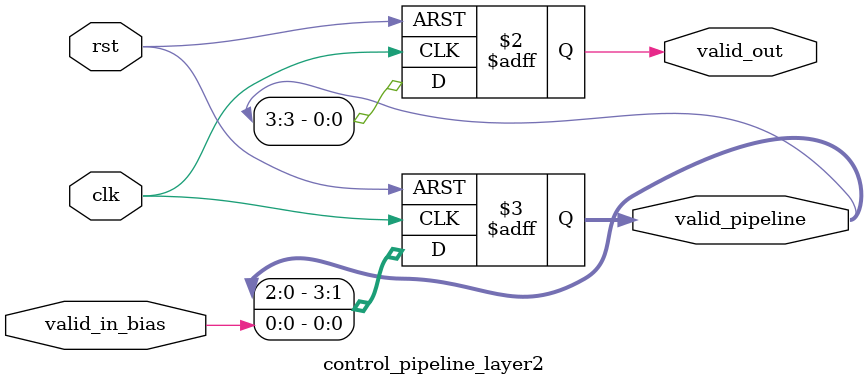
<source format=v>
module control_pipeline_layer2(
    input valid_in_bias, clk, rst,
    output reg valid_out,
    output reg [3:0] valid_pipeline
);
  
    always @(posedge clk or posedge rst) 
    begin
        if(rst)begin
            valid_pipeline[0] <= 1'd0;
            valid_pipeline[1] <= 1'd0;
            valid_pipeline[2] <= 1'd0;
            valid_pipeline[3] <= 1'd0;
            valid_out <= 1'd0;
        end
        else begin
            valid_pipeline[0] <= valid_in_bias;
            valid_pipeline[1] <= valid_pipeline[0];
            valid_pipeline[2] <= valid_pipeline[1];
            valid_pipeline[3] <= valid_pipeline[2];
            valid_out <= valid_pipeline[3];
        end
    end        


endmodule






</source>
